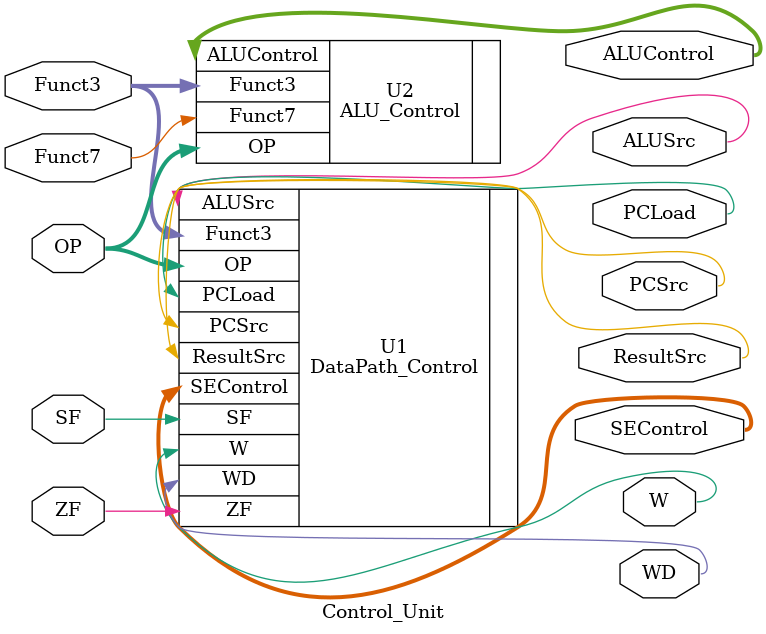
<source format=v>
module Control_Unit(
  input SF,ZF,          
  input [6:0] OP,
  input [14:12] Funct3,
  input Funct7,
  output PCSrc,PCLoad,       //PC control
  output [2:0] ALUControl,   //ALU control
  output ALUSrc,ResultSrc,   //Muxes control signals
  output [1:0] SEControl,    //Sign_Extend control
  output WD,              //DATA memory control signal
  output W                  //Regfile signal
);

DataPath_Control U1 (.SF(SF),.ZF(ZF),.OP(OP),.Funct3(Funct3),.PCSrc(PCSrc),.PCLoad(PCLoad),.ALUSrc(ALUSrc),.ResultSrc(ResultSrc),.SEControl(SEControl),.WD(WD),.W(W));
ALU_Control U2 (.OP(OP),.Funct3(Funct3),.Funct7(Funct7),.ALUControl(ALUControl));
endmodule

</source>
